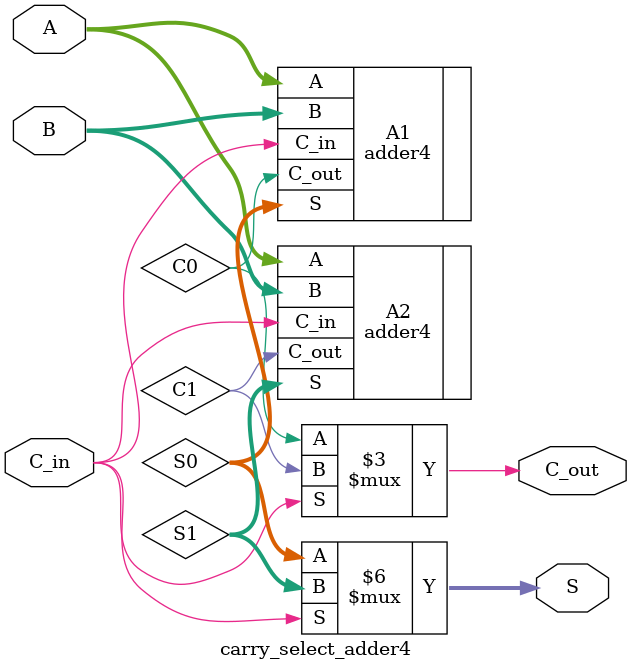
<source format=sv>
module carry_select_adder4
(
    input   logic[3:0]	A,
    input   logic[3:0]	B,
    input	logic		C_in,
    output  logic[3:0] 	S,
    output  logic		C_out
);

	logic select, C0, C1;
	logic [3:0] S0, S1;
	adder4 A1 (.A (A), .B (B), .C_in (C_in), .S (S0), .C_out (C0));
	adder4 A2 (.A (A), .B (B), .C_in (C_in), .S (S1), .C_out (C1));

	always_comb
	if (C_in)
	begin
		S = S1;
		C_out = C1;
	end
	else
	begin
		S = S0;
		C_out = C0;
	end
endmodule	

</source>
